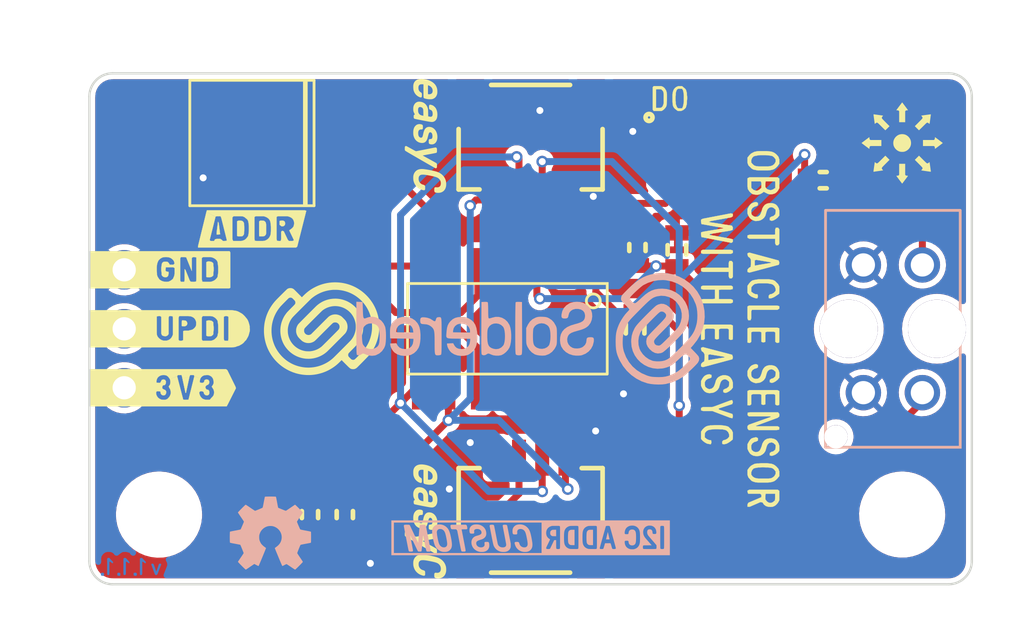
<source format=kicad_pcb>
(kicad_pcb (version 20210623) (generator pcbnew)
  (title_block (title "Obstacle sensor with easyC") (date "2021-07-01") (rev "V1.1.1.") (company "SOLDERED") (comment 1 "333004"))
  (layers (0 "F.Cu" mixed) (31 "B.Cu" signal) (34 "B.Paste" user) (35 "F.Paste" user) (36 "B.SilkS" user "B.Silkscreen") (37 "F.SilkS" user "F.Silkscreen") (38 "B.Mask" user) (39 "F.Mask" user) (44 "Edge.Cuts" user))
  (net 0 "")
  (net 1 "A0")
  (net 2 "GND")
  (net 3 "3V3")
  (net 4 "Net-(D1-Pad1)")
  (net 5 "SDA")
  (net 6 "SCL")
  (net 7 "UPDI")
  (net 8 "ADD3")
  (net 9 "ADD2")
  (net 10 "ADD1")
  (net 11 "Net-(R1-Pad1)")
  (net 13 "D0")
  (footprint "buzzardLabel" (layer "F.Cu") (at 99.6 116.46)
    (fp_text reference "" (at 0 0) (layer "F.SilkS") (effects (font (size 1.27 1.27))))
    (fp_text value "" (at 0 0) (layer "F.SilkS") (effects (font (size 1.27 1.27))))
  )
  (footprint "Soldered Graphics:Logo-Front-easyC-5mm" (layer "F.Cu") (at 114.5 110.7 -90)
    (fp_text reference "G***" hide)
    (fp_text value "LOGO" hide)
  )
  (footprint "e-radionica.com footprinti:easyC-connector" (layer "F.Cu") (at 119 126.7 180)
    (fp_text reference "K3")
    (fp_text value "easyC-SMD")
    (pad "1" smd rect locked (at -1.5 2.15 180) (size 0.6 1.55) (layers "F.Cu" "F.Paste" "F.Mask") (net 6 "SCL"))
    (pad "2" smd rect locked (at -0.5 2.15 180) (size 0.6 1.55) (layers "F.Cu" "F.Paste" "F.Mask") (net 5 "SDA"))
    (pad "3" smd rect locked (at 0.5 2.15 180) (size 0.6 1.55) (layers "F.Cu" "F.Paste" "F.Mask") (net 3 "3V3"))
    (pad "4" smd rect locked (at 1.5 2.15 180) (size 0.6 1.55) (layers "F.Cu" "F.Paste" "F.Mask") (net 2 "GND"))
    (pad "5" smd rect locked (at 2.6 -2.15 180) (size 1.2 1.8) (layers "F.Cu" "F.Paste" "F.Mask") (net 2 "GND"))
    (pad "5" smd rect locked (at -2.6 -2.15 180) (size 1.2 1.8) (layers "F.Cu" "F.Paste" "F.Mask") (net 2 "GND"))
  )
  (footprint "e-radionica.com footprinti:easyC-connector" (layer "F.Cu") (at 119 111.3)
    (fp_text reference "K1")
    (fp_text value "easyC-SMD")
    (pad "1" smd rect locked (at -1.5 2.15) (size 0.6 1.55) (layers "F.Cu" "F.Paste" "F.Mask") (net 6 "SCL"))
    (pad "2" smd rect locked (at -0.5 2.15) (size 0.6 1.55) (layers "F.Cu" "F.Paste" "F.Mask") (net 5 "SDA"))
    (pad "3" smd rect locked (at 0.5 2.15) (size 0.6 1.55) (layers "F.Cu" "F.Paste" "F.Mask") (net 3 "3V3"))
    (pad "4" smd rect locked (at 1.5 2.15) (size 0.6 1.55) (layers "F.Cu" "F.Paste" "F.Mask") (net 2 "GND"))
    (pad "5" smd rect locked (at -2.6 -2.15) (size 1.2 1.8) (layers "F.Cu" "F.Paste" "F.Mask") (net 2 "GND"))
    (pad "5" smd rect locked (at 2.6 -2.15) (size 1.2 1.8) (layers "F.Cu" "F.Paste" "F.Mask") (net 2 "GND"))
  )
  (footprint "e-radionica.com footprinti:0603R" (layer "F.Cu") (at 123.6 115.5 90)
    (fp_text reference "R2")
    (fp_text value "10k")
    (pad "1" smd rect locked (at -0.775 0 180) (size 1 0.64) (layers "F.Cu" "F.Paste" "F.Mask") (net 1 "A0"))
    (pad "2" smd rect locked (at 0.775 0 180) (size 1 0.64) (layers "F.Cu" "F.Paste" "F.Mask") (net 3 "3V3"))
  )
  (footprint "buzzardLabel" (layer "F.Cu") (at 99.6 121.54)
    (fp_text reference "" (at 0 0) (layer "F.SilkS") (effects (font (size 1.27 1.27))))
    (fp_text value "" (at 0 0) (layer "F.SilkS") (effects (font (size 1.27 1.27))))
  )
  (footprint "e-radionica.com footprinti:0603C" (layer "F.Cu") (at 123.5 119 -90)
    (fp_text reference "C2")
    (fp_text value "100n")
    (pad "1" smd rect locked (at -0.73 0 270) (size 0.66 1) (layers "F.Cu" "F.Paste" "F.Mask") (net 3 "3V3"))
    (pad "2" smd rect locked (at 0.73 0 270) (size 0.66 1) (layers "F.Cu" "F.Paste" "F.Mask") (net 2 "GND"))
  )
  (footprint "buzzardLabel" (layer "F.Cu") (at 129 119 -90)
    (fp_text reference "" (at 0 0 90) (layer "F.SilkS") (effects (font (size 1.27 1.27))))
    (fp_text value "" (at 0 0 90) (layer "F.SilkS") (effects (font (size 1.27 1.27))))
  )
  (footprint "buzzardLabel" (layer "F.Cu") (at 107 114.7)
    (fp_text reference "" (at 0 0) (layer "F.SilkS") (effects (font (size 1.27 1.27))))
    (fp_text value "" (at 0 0) (layer "F.SilkS") (effects (font (size 1.27 1.27))))
  )
  (footprint "e-radionica.com footprinti:0603R" (layer "F.Cu") (at 111 127 -90)
    (fp_text reference "R5")
    (fp_text value "10k")
    (pad "1" smd rect locked (at -0.775 0) (size 1 0.64) (layers "F.Cu" "F.Paste" "F.Mask") (net 6 "SCL"))
    (pad "2" smd rect locked (at 0.775 0) (size 1 0.64) (layers "F.Cu" "F.Paste" "F.Mask") (net 3 "3V3"))
  )
  (footprint "e-radionica.com footprinti:0402R" (layer "F.Cu") (at 125 112.5 180)
    (fp_text reference "R3")
    (fp_text value "2k2")
    (pad "1" smd rect locked (at -0.5 0 270) (size 0.64 0.54) (layers "F.Cu" "F.Paste" "F.Mask") (net 13 "D0"))
    (pad "2" smd rect locked (at 0.5 0 270) (size 0.64 0.54) (layers "F.Cu" "F.Paste" "F.Mask") (net 4 "Net-(D1-Pad1)"))
  )
  (footprint "buzzardLabel" (layer "F.Cu") (at 127 119 -90)
    (fp_text reference "" (at 0 0 90) (layer "F.SilkS") (effects (font (size 1.27 1.27))))
    (fp_text value "" (at 0 0 90) (layer "F.SilkS") (effects (font (size 1.27 1.27))))
  )
  (footprint "e-radionica.com footprinti:0603C" (layer "F.Cu") (at 125.3 115.6 -90)
    (fp_text reference "C1")
    (fp_text value "100n")
    (pad "1" smd rect locked (at -0.73 0 270) (size 0.66 1) (layers "F.Cu" "F.Paste" "F.Mask") (net 2 "GND"))
    (pad "2" smd rect locked (at 0.73 0 270) (size 0.66 1) (layers "F.Cu" "F.Paste" "F.Mask") (net 1 "A0"))
  )
  (footprint "buzzardLabel" (layer "F.Cu") (at 99.6 119)
    (fp_text reference "" (at 0 0) (layer "F.SilkS") (effects (font (size 1.27 1.27))))
    (fp_text value "" (at 0 0) (layer "F.SilkS") (effects (font (size 1.27 1.27))))
  )
  (footprint "Soldered Graphics:Logo-Back-OSH-3.5mm" (layer "F.Cu") (at 107.8 127.8)
    (fp_text reference "G***" hide)
    (fp_text value "LOGO" hide)
  )
  (footprint "e-radionica.com footprinti:DSHP03TS-S" (layer "F.Cu") (at 107 111 180)
    (fp_text reference "K4")
    (fp_text value "DSHP03TS-S")
    (pad "1" smd rect locked (at -3.81 -1.27 270) (size 0.76 1.27) (layers "F.Cu" "F.Paste" "F.Mask") (net 10 "ADD1"))
    (pad "2" smd rect locked (at 3.81 -1.27 270) (size 0.76 1.27) (layers "F.Cu" "F.Paste" "F.Mask") (net 2 "GND"))
    (pad "3" smd rect locked (at -3.81 0 270) (size 0.76 1.27) (layers "F.Cu" "F.Paste" "F.Mask") (net 9 "ADD2"))
    (pad "4" smd rect locked (at 3.81 0 270) (size 0.76 1.27) (layers "F.Cu" "F.Paste" "F.Mask") (net 2 "GND"))
    (pad "5" smd rect locked (at -3.81 1.27 270) (size 0.76 1.27) (layers "F.Cu" "F.Paste" "F.Mask") (net 8 "ADD3"))
    (pad "6" smd rect locked (at 3.81 1.27 270) (size 0.76 1.27) (layers "F.Cu" "F.Paste" "F.Mask") (net 2 "GND"))
  )
  (footprint "buzzardLabel" (layer "F.Cu") (at 125 109.1)
    (fp_text reference "" (at 0 0) (layer "F.SilkS") (effects (font (size 1.27 1.27))))
    (fp_text value "" (at 0 0) (layer "F.SilkS") (effects (font (size 1.27 1.27))))
  )
  (footprint "e-radionica.com footprinti:0402LED" (layer "F.Cu") (at 125 110.5 180)
    (fp_text reference "D1")
    (fp_text value "purple")
    (pad "1" smd rect locked (at -0.55 0 270) (size 0.75 0.45) (layers "F.Cu" "F.Paste" "F.Mask") (net 4 "Net-(D1-Pad1)"))
    (pad "2" smd rect locked (at 0.55 0 270) (size 0.75 0.45) (layers "F.Cu" "F.Paste" "F.Mask") (net 2 "GND"))
  )
  (footprint "Soldered Graphics:Logo-Front-Soldered-5mm" (layer "F.Cu") (at 110 119 -90)
    (fp_text reference "G***" hide)
    (fp_text value "LOGO" hide)
  )
  (footprint "Soldered Graphics:Logo-Front-easyC-5mm" (layer "F.Cu") (at 114.5 127.3 -90)
    (fp_text reference "G***" hide)
    (fp_text value "LOGO" hide)
  )
  (footprint "e-radionica.com footprinti:0603R" (layer "F.Cu") (at 109.5 127 -90)
    (fp_text reference "R4")
    (fp_text value "10k")
    (pad "1" smd rect locked (at -0.775 0) (size 1 0.64) (layers "F.Cu" "F.Paste" "F.Mask") (net 5 "SDA"))
    (pad "2" smd rect locked (at 0.775 0) (size 1 0.64) (layers "F.Cu" "F.Paste" "F.Mask") (net 3 "3V3"))
  )
  (footprint "e-radionica.com footprinti:FIDUCIAL_23" (layer "F.Cu") (at 107.1 110.7)
    (fp_text reference "FD1")
    (fp_text value "FIDUCIAL")
    (fp_circle (center 0 0) (end 1 0) (layer "F.Cu") (width 0.2) (fill none))
    (pad "1" smd circle (at 0 0) (size 1 1) (layers "F.Cu" "F.Paste" "F.Mask") (clearance 1.1))
  )
  (footprint "e-radionica.com footprinti:HOLE_3.2mm" (layer "F.Cu") (at 135 127)
    (fp_text reference "H2" hide)
    (fp_text value "HOLE_3.2mm" hide)
    (pad "" np_thru_hole circle locked (at 0 0) (size 3.2 3.2) (drill 3.2) (layers F&B.Cu *.Mask))
  )
  (footprint "Soldered Graphics:Symbol-Front-Movement" (layer "F.Cu") (at 135 111)
    (fp_text reference "G***" hide)
    (fp_text value "LOGO" hide)
  )
  (footprint "Soldered Graphics:Logo-Back-SolderedFULL-15mm" (layer "F.Cu") (at 119 119)
    (fp_text reference "REF**" hide)
    (fp_text value "Logo-Front-SolderedFULL-15mm" hide)
  )
  (footprint "e-radionica.com footprinti:SOIC-14" (layer "F.Cu") (at 118 119 -90)
    (fp_text reference "U2")
    (fp_text value "ATTINY404-SSNR")
    (pad "1" smd rect locked (at -2.7 -3.81 270) (size 1.55 0.6) (layers "F.Cu" "F.Paste" "F.Mask") (net 3 "3V3"))
    (pad "2" smd rect locked (at -2.7 -2.54 270) (size 1.55 0.6) (layers "F.Cu" "F.Paste" "F.Mask") (net 13 "D0"))
    (pad "3" smd rect locked (at -2.7 -1.27 270) (size 1.55 0.6) (layers "F.Cu" "F.Paste" "F.Mask") (net 1 "A0"))
    (pad "4" smd rect locked (at -2.7 0 270) (size 1.55 0.6) (layers "F.Cu" "F.Paste" "F.Mask"))
    (pad "5" smd rect locked (at -2.7 1.27 270) (size 1.55 0.6) (layers "F.Cu" "F.Paste" "F.Mask") (net 8 "ADD3"))
    (pad "6" smd rect locked (at -2.7 2.54 270) (size 1.55 0.6) (layers "F.Cu" "F.Paste" "F.Mask") (net 9 "ADD2"))
    (pad "7" smd rect locked (at -2.7 3.81 270) (size 1.55 0.6) (layers "F.Cu" "F.Paste" "F.Mask") (net 10 "ADD1"))
    (pad "8" smd rect locked (at 2.7 3.81 270) (size 1.55 0.6) (layers "F.Cu" "F.Paste" "F.Mask") (net 5 "SDA"))
    (pad "9" smd rect locked (at 2.7 2.54 270) (size 1.55 0.6) (layers "F.Cu" "F.Paste" "F.Mask") (net 6 "SCL"))
    (pad "10" smd rect locked (at 2.7 1.27 270) (size 1.55 0.6) (layers "F.Cu" "F.Paste" "F.Mask") (net 7 "UPDI"))
    (pad "11" smd rect locked (at 2.7 0 270) (size 1.55 0.6) (layers "F.Cu" "F.Paste" "F.Mask"))
    (pad "12" smd rect locked (at 2.7 -1.27 270) (size 1.55 0.6) (layers "F.Cu" "F.Paste" "F.Mask"))
    (pad "13" smd rect locked (at 2.7 -2.54 270) (size 1.55 0.6) (layers "F.Cu" "F.Paste" "F.Mask"))
    (pad "14" smd rect locked (at 2.7 -3.81 270) (size 1.55 0.6) (layers "F.Cu" "F.Paste" "F.Mask") (net 2 "GND"))
  )
  (footprint "e-radionica.com footprinti:0603R" (layer "F.Cu") (at 131.6 112.6 180)
    (fp_text reference "R1")
    (fp_text value "300R")
    (pad "1" smd rect locked (at -0.775 0 270) (size 1 0.64) (layers "F.Cu" "F.Paste" "F.Mask") (net 11 "Net-(R1-Pad1)"))
    (pad "2" smd rect locked (at 0.775 0 270) (size 1 0.64) (layers "F.Cu" "F.Paste" "F.Mask") (net 3 "3V3"))
  )
  (footprint "e-radionica.com footprinti:HOLE_3.2mm" (layer "F.Cu") (at 103 127)
    (fp_text reference "H1" hide)
    (fp_text value "HOLE_3.2mm" hide)
    (pad "" np_thru_hole circle locked (at 0 0) (size 3.2 3.2) (drill 3.2) (layers F&B.Cu *.Mask))
  )
  (footprint "Soldered Graphics:Version1.1.1." (layer "B.Cu") (at 101.75 129.25 180)
    (fp_text reference "REF**" hide)
    (fp_text value "Version1.1.1." hide)
    (fp_poly (pts (xy -1.15 -0.35) (xy -1.1 -0.35) (xy -1.07 -0.31) (xy -0.92 0.1) (xy -0.94 0.13) (xy -0.99 0.13) (xy -1.02 0.1) (xy -1.11 -0.16) (xy -1.13 -0.21) (xy -1.15 -0.17) (xy -1.24 0.09) (xy -1.26 0.13) (xy -1.32 0.13) (xy -1.34 0.1) (xy -1.18 -0.31) (xy -1.15 -0.35)) (layer "B.Cu") (width 0.01) (fill solid))
    (fp_poly (pts (xy 0.43 -0.38) (xy 0.48 -0.38) (xy 0.54 -0.37) (xy 0.54 -0.33) (xy 0.54 -0.27) (xy 0.5 -0.26) (xy 0.45 -0.26) (xy 0.42 -0.29) (xy 0.42 -0.34) (xy 0.43 -0.38)) (layer "B.Cu") (width 0.01) (fill solid))
    (fp_poly (pts (xy 1.14 -0.38) (xy 1.19 -0.38) (xy 1.24 -0.37) (xy 1.25 -0.33) (xy 1.25 -0.27) (xy 1.2 -0.26) (xy 1.15 -0.26) (xy 1.12 -0.29) (xy 1.12 -0.34) (xy 1.14 -0.38)) (layer "B.Cu") (width 0.01) (fill solid))
    (fp_poly (pts (xy 0.91 -0.35) (xy 0.96 -0.35) (xy 0.98 -0.31) (xy 0.98 0.35) (xy 0.95 0.38) (xy 0.89 0.38) (xy 0.86 0.34) (xy 0.74 0.22) (xy 0.73 0.17) (xy 0.76 0.16) (xy 0.85 0.22) (xy 0.89 0.23) (xy 0.89 -0.31) (xy 0.91 -0.35)) (layer "B.Cu") (width 0.01) (fill solid))
    (fp_poly (pts (xy 0.21 -0.35) (xy 0.26 -0.35) (xy 0.28 -0.31) (xy 0.28 0.35) (xy 0.24 0.38) (xy 0.19 0.38) (xy 0.15 0.34) (xy 0.04 0.22) (xy 0.02 0.17) (xy 0.05 0.16) (xy 0.14 0.22) (xy 0.18 0.23) (xy 0.18 -0.31) (xy 0.21 -0.35)) (layer "B.Cu") (width 0.01) (fill solid))
    (fp_poly (pts (xy -0.5 -0.35) (xy -0.44 -0.35) (xy -0.43 -0.31) (xy -0.43 0.35) (xy -0.46 0.38) (xy -0.52 0.38) (xy -0.55 0.34) (xy -0.67 0.22) (xy -0.68 0.17) (xy -0.65 0.16) (xy -0.56 0.22) (xy -0.52 0.23) (xy -0.52 -0.31) (xy -0.5 -0.35)) (layer "B.Cu") (width 0.01) (fill solid))
    (fp_poly (pts (xy -0.27 -0.38) (xy -0.22 -0.38) (xy -0.17 -0.37) (xy -0.16 -0.33) (xy -0.16 -0.27) (xy -0.21 -0.26) (xy -0.26 -0.26) (xy -0.29 -0.29) (xy -0.29 -0.34) (xy -0.27 -0.38)) (layer "B.Cu") (width 0.01) (fill solid))
  )
  (footprint "Soldered Graphics:Symbol-Front_I2C_ADDR_CUSTOM" (layer "B.Cu") (at 119 128 180)
    (fp_text reference "REF**" hide)
    (fp_text value "Symbol-Front_I2C_ADDR_CUSTOM" hide)
  )
  (footprint "e-radionica.com footprinti:TCRT5000L" (layer "B.Cu") (at 134.6 119 90)
    (fp_text reference "U1")
    (fp_text value "tcrt5000L")
    (pad "" thru_hole circle locked (at 0 -1.9 90) (size 2.5 2.5) (drill 2.5) (layers *.Cu *.Mask))
    (pad "" thru_hole circle locked (at -4.65 -2.45 90) (size 1 1) (drill 1) (layers *.Cu *.Mask))
    (pad "" thru_hole circle locked (at 0 1.9 90) (size 2.5 2.5) (drill 2.5) (layers *.Cu *.Mask))
    (pad "A" thru_hole circle locked (at 2.75 1.27 90) (size 1.524 1.524) (drill 1) (layers *.Cu *.Mask) (net 11 "Net-(R1-Pad1)"))
    (pad "Cath" thru_hole circle locked (at 2.75 -1.27 90) (size 1.524 1.524) (drill 1) (layers *.Cu *.Mask) (net 2 "GND"))
    (pad "Coll" thru_hole circle locked (at -2.75 1.27 90) (size 1.524 1.524) (drill 1) (layers *.Cu *.Mask) (net 1 "A0"))
    (pad "E" thru_hole circle locked (at -2.75 -1.27 90) (size 1.524 1.524) (drill 1) (layers *.Cu *.Mask) (net 2 "GND"))
  )
  (footprint "e-radionica.com footprinti:HEADER-UPDI" (layer "B.Cu") (at 101.5 119 90)
    (fp_text reference "K2")
    (fp_text value "HEADER-UPDI")
    (pad "1" thru_hole circle locked (at -2.54 0 90) (size 1.7 1.7) (drill 1) (layers *.Cu *.Mask) (net 3 "3V3"))
    (pad "2" thru_hole circle locked (at 0 0 90) (size 1.7 1.7) (drill 1) (layers *.Cu *.Mask) (net 7 "UPDI"))
    (pad "3" thru_hole circle locked (at 2.54 0 90) (size 1.7 1.7) (drill 1) (layers *.Cu *.Mask) (net 2 "GND"))
  )
  (gr_line (start 137 130) (end 101 130) (layer "Edge.Cuts") (width 0.1))
  (gr_line (start 101 108) (end 137 108) (layer "Edge.Cuts") (width 0.1))
  (gr_line (start 138 109) (end 138 129) (layer "Edge.Cuts") (width 0.1))
  (gr_arc (start 137 109) (end 137 108) (angle 90) (layer "Edge.Cuts") (width 0.1))
  (gr_line (start 100 129) (end 100 109) (layer "Edge.Cuts") (width 0.1))
  (gr_arc (start 137 129) (end 138 129) (angle 90) (layer "Edge.Cuts") (width 0.1))
  (gr_arc (start 101 129) (end 101 130) (angle 90) (layer "Edge.Cuts") (width 0.1))
  (gr_arc (start 101 109) (end 101 108) (angle -90) (layer "Edge.Cuts") (width 0.1))
  (segment (start 119.27 116.3) (end 119.27 117.57) (width 0.3) (layer "F.Cu") (net 1))
  (segment (start 124.4 116.3) (end 123.625 116.3) (width 0.3) (layer "F.Cu") (net 1))
  (segment (start 133 125) (end 130.9 125) (width 0.3) (layer "F.Cu") (net 1))
  (segment (start 135.87 121.75) (end 135.87 122.13) (width 0.3) (layer "F.Cu") (net 1))
  (segment (start 127.5 121.6) (end 127.5 118.53) (width 0.3) (layer "F.Cu") (net 1))
  (segment (start 124.4 116.3) (end 125.27 116.3) (width 0.3) (layer "F.Cu") (net 1))
  (segment (start 119.27 117.57) (end 119.4 117.7) (width 0.3) (layer "F.Cu") (net 1))
  (segment (start 127.5 118.53) (end 125.3 116.33) (width 0.3) (layer "F.Cu") (net 1))
  (segment (start 125.27 116.3) (end 125.3 116.33) (width 0.3) (layer "F.Cu") (net 1))
  (segment (start 123.625 116.3) (end 123.6 116.275) (width 0.3) (layer "F.Cu") (net 1))
  (segment (start 130.9 125) (end 127.5 121.6) (width 0.3) (layer "F.Cu") (net 1))
  (segment (start 135.87 122.13) (end 133 125) (width 0.3) (layer "F.Cu") (net 1))
  (via (at 119.4 117.7) (size 0.5) (drill 0.3) (layers "F.Cu" "B.Cu") (net 1))
  (via (at 124.4 116.3) (size 0.5) (drill 0.3) (layers "F.Cu" "B.Cu") (net 1))
  (segment (start 123 117.7) (end 124.4 116.3) (width 0.3) (layer "B.Cu") (net 1))
  (segment (start 119.4 117.7) (end 123 117.7) (width 0.3) (layer "B.Cu") (net 1))
  (via (at 115.5 125.9) (size 0.5) (drill 0.3) (layers "F.Cu" "B.Cu") (net 2))
  (via (at 112.1 129.1) (size 0.5) (drill 0.3) (layers "F.Cu" "B.Cu") (net 2))
  (via (at 104.9 112.5) (size 0.5) (drill 0.3) (layers "F.Cu" "B.Cu") (net 2))
  (via (at 121.8 123.4) (size 0.5) (drill 0.3) (layers "F.Cu" "B.Cu") (net 2))
  (via (at 121.7 113.3) (size 0.5) (drill 0.3) (layers "F.Cu" "B.Cu") (net 2))
  (via (at 116.4 123.9) (size 0.5) (drill 0.3) (layers "F.Cu" "B.Cu") (net 2))
  (via (at 119.4 109.6) (size 0.5) (drill 0.3) (layers "F.Cu" "B.Cu") (net 2))
  (via (at 123.4 110.5) (size 0.5) (drill 0.3) (layers "F.Cu" "B.Cu") (net 2))
  (via (at 123 121.8) (size 0.5) (drill 0.3) (layers "F.Cu" "B.Cu") (net 2))
  (segment (start 109.5 127.775) (end 111 127.775) (width 0.3) (layer "F.Cu") (net 3))
  (segment (start 123.5 118.27) (end 122.67 118.27) (width 0.3) (layer "F.Cu") (net 3))
  (segment (start 124.57 118.27) (end 123.5 118.27) (width 0.3) (layer "F.Cu") (net 3))
  (segment (start 111 127.775) (end 112.325 127.775) (width 0.3) (layer "F.Cu") (net 3))
  (segment (start 122.9 126.8) (end 125.4 124.3) (width 0.3) (layer "F.Cu") (net 3))
  (segment (start 122.975 114.725) (end 123.6 114.725) (width 0.3) (layer "F.Cu") (net 3))
  (segment (start 130.8 112.575) (end 130.825 112.6) (width 0.3) (layer "F.Cu") (net 3))
  (segment (start 117.8 126.8) (end 122.9 126.8) (width 0.3) (layer "F.Cu") (net 3))
  (segment (start 121.81 115.89) (end 122.975 114.725) (width 0.3) (layer "F.Cu") (net 3))
  (segment (start 104.24 121.54) (end 107.6 124.9) (width 0.3) (layer "F.Cu") (net 3))
  (segment (start 121.81 116.3) (end 121.81 115.89) (width 0.3) (layer "F.Cu") (net 3))
  (segment (start 112.325 127.775) (end 113.3 126.8) (width 0.3) (layer "F.Cu") (net 3))
  (segment (start 118.5 126.1) (end 118.5 124.55) (width 0.3) (layer "F.Cu") (net 3))
  (segment (start 125.4 124.3) (end 125.4 119.1) (width 0.3) (layer "F.Cu") (net 3))
  (segment (start 101.5 121.54) (end 104.24 121.54) (width 0.3) (layer "F.Cu") (net 3))
  (segment (start 107.6 124.9) (end 107.6 127.3) (width 0.3) (layer "F.Cu") (net 3))
  (segment (start 108.075 127.775) (end 109.5 127.775) (width 0.3) (layer "F.Cu") (net 3))
  (segment (start 122.67 118.27) (end 121.81 117.41) (width 0.3) (layer "F.Cu") (net 3))
  (segment (start 121.81 117.41) (end 121.81 116.3) (width 0.3) (layer "F.Cu") (net 3))
  (segment (start 113.3 126.8) (end 117.8 126.8) (width 0.3) (layer "F.Cu") (net 3))
  (segment (start 125.4 119.1) (end 124.57 118.27) (width 0.3) (layer "F.Cu") (net 3))
  (segment (start 107.6 127.3) (end 108.075 127.775) (width 0.3) (layer "F.Cu") (net 3))
  (segment (start 119.5 111.8) (end 119.5 113.45) (width 0.3) (layer "F.Cu") (net 3))
  (segment (start 117.8 126.8) (end 118.5 126.1) (width 0.3) (layer "F.Cu") (net 3))
  (segment (start 130.8 111.5) (end 130.8 112.575) (width 0.3) (layer "F.Cu") (net 3))
  (via (at 125.4 122.3) (size 0.5) (drill 0.3) (layers "F.Cu" "B.Cu") (net 3))
  (via (at 119.5 111.8) (size 0.5) (drill 0.3) (layers "F.Cu" "B.Cu") (net 3))
  (via (at 130.8 111.5) (size 0.5) (drill 0.3) (layers "F.Cu" "B.Cu") (net 3))
  (segment (start 119.5 111.8) (end 122.5 111.8) (width 0.3) (layer "B.Cu") (net 3))
  (segment (start 122.5 111.8) (end 125.4 114.7) (width 0.3) (layer "B.Cu") (net 3))
  (segment (start 125.4 116.9) (end 130.8 111.5) (width 0.3) (layer "B.Cu") (net 3))
  (segment (start 125.4 122.3) (end 125.4 116.9) (width 0.3) (layer "B.Cu") (net 3))
  (segment (start 125.4 114.7) (end 125.4 116.9) (width 0.3) (layer "B.Cu") (net 3))
  (segment (start 124.5 112.5) (end 124.5 112.2) (width 0.3) (layer "F.Cu") (net 4))
  (segment (start 124.5 112.2) (end 125.55 111.15) (width 0.3) (layer "F.Cu") (net 4))
  (segment (start 125.55 111.15) (end 125.55 110.5) (width 0.3) (layer "F.Cu") (net 4))
  (segment (start 113.4 122.2) (end 109.5 126.1) (width 0.3) (layer "F.Cu") (net 5))
  (segment (start 113.4 122.2) (end 113.9 121.7) (width 0.3) (layer "F.Cu") (net 5))
  (segment (start 109.5 126.1) (end 109.5 126.225) (width 0.3) (layer "F.Cu") (net 5))
  (segment (start 119.5 124.55) (end 119.5 126) (width 0.3) (layer "F.Cu") (net 5))
  (segment (start 118.5 111.7) (end 118.4 111.6) (width 0.3) (layer "F.Cu") (net 5))
  (segment (start 118.5 113.45) (end 118.5 111.7) (width 0.3) (layer "F.Cu") (net 5))
  (segment (start 113.9 121.7) (end 114.19 121.7) (width 0.3) (layer "F.Cu") (net 5))
  (via (at 119.5 126) (size 0.5) (drill 0.3) (layers "F.Cu" "B.Cu") (net 5))
  (via (at 118.4 111.6) (size 0.5) (drill 0.3) (layers "F.Cu" "B.Cu") (net 5))
  (via (at 113.4 122.2) (size 0.5) (drill 0.3) (layers "F.Cu" "B.Cu") (net 5))
  (segment (start 113.4 114.1) (end 113.4 122.2) (width 0.3) (layer "B.Cu") (net 5))
  (segment (start 113.4 122.2) (end 117.2 126) (width 0.3) (layer "B.Cu") (net 5))
  (segment (start 117.2 126) (end 119.5 126) (width 0.3) (layer "B.Cu") (net 5))
  (segment (start 118.4 111.6) (end 115.9 111.6) (width 0.3) (layer "B.Cu") (net 5))
  (segment (start 115.9 111.6) (end 113.4 114.1) (width 0.3) (layer "B.Cu") (net 5))
  (segment (start 112.175 126.225) (end 115.46 122.94) (width 0.3) (layer "F.Cu") (net 6))
  (segment (start 120.5 125.8) (end 120.6 125.9) (width 0.3) (layer "F.Cu") (net 6))
  (segment (start 116.65 113.45) (end 116.4 113.7) (width 0.3) (layer "F.Cu") (net 6))
  (segment (start 111 126.225) (end 112.175 126.225) (width 0.3) (layer "F.Cu") (net 6))
  (segment (start 115.46 122.94) (end 115.46 121.7) (width 0.3) (layer "F.Cu") (net 6))
  (segment (start 120.5 124.55) (end 120.5 125.8) (width 0.3) (layer "F.Cu") (net 6))
  (segment (start 117.5 113.45) (end 116.65 113.45) (width 0.3) (layer "F.Cu") (net 6))
  (via (at 116.4 113.7) (size 0.5) (drill 0.3) (layers "F.Cu" "B.Cu") (net 6))
  (via (at 120.6 125.9) (size 0.5) (drill 0.3) (layers "F.Cu" "B.Cu") (net 6))
  (via (at 115.46 122.94) (size 0.5) (drill 0.3) (layers "F.Cu" "B.Cu") (net 6))
  (segment (start 116.4 122) (end 115.46 122.94) (width 0.3) (layer "B.Cu") (net 6))
  (segment (start 116.4 113.7) (end 116.4 122) (width 0.3) (layer "B.Cu") (net 6))
  (segment (start 120.6 125.9) (end 117.64 122.94) (width 0.3) (layer "B.Cu") (net 6))
  (segment (start 117.64 122.94) (end 115.46 122.94) (width 0.3) (layer "B.Cu") (net 6))
  (segment (start 116.73 119.83) (end 115.9 119) (width 0.3) (layer "F.Cu") (net 7))
  (segment (start 115.9 119) (end 101.5 119) (width 0.3) (layer "F.Cu") (net 7))
  (segment (start 116.73 121.7) (end 116.73 119.83) (width 0.3) (layer "F.Cu") (net 7))
  (segment (start 116.73 116.3) (end 116.73 117.57) (width 0.3) (layer "F.Cu") (net 8))
  (segment (start 109.87 109.73) (end 110.81 109.73) (width 0.3) (layer "F.Cu") (net 8))
  (segment (start 113.2 118.3) (end 109.2 114.3) (width 0.3) (layer "F.Cu") (net 8))
  (segment (start 116.73 117.57) (end 116 118.3) (width 0.3) (layer "F.Cu") (net 8))
  (segment (start 109.2 114.3) (end 109.2 110.4) (width 0.3) (layer "F.Cu") (net 8))
  (segment (start 109.2 110.4) (end 109.87 109.73) (width 0.3) (layer "F.Cu") (net 8))
  (segment (start 116 118.3) (end 113.2 118.3) (width 0.3) (layer "F.Cu") (net 8))
  (segment (start 111.7 111) (end 110.81 111) (width 0.3) (layer "F.Cu") (net 9))
  (segment (start 115.46 116.3) (end 115.46 114.76) (width 0.3) (layer "F.Cu") (net 9))
  (segment (start 115.46 114.76) (end 111.7 111) (width 0.3) (layer "F.Cu") (net 9))
  (segment (start 112.8 116.3) (end 110.81 114.31) (width 0.3) (layer "F.Cu") (net 10))
  (segment (start 114.19 116.3) (end 112.8 116.3) (width 0.3) (layer "F.Cu") (net 10))
  (segment (start 110.81 114.31) (end 110.81 112.27) (width 0.3) (layer "F.Cu") (net 10))
  (segment (start 132.375 112.6) (end 133.5 112.6) (width 0.3) (layer "F.Cu") (net 11))
  (segment (start 135.87 114.97) (end 135.87 116.25) (width 0.3) (layer "F.Cu") (net 11))
  (segment (start 133.5 112.6) (end 135.87 114.97) (width 0.3) (layer "F.Cu") (net 11))
  (segment (start 122.7 113.6) (end 124.8 113.6) (width 0.3) (layer "F.Cu") (net 13))
  (segment (start 125.5 112.9) (end 125.5 112.5) (width 0.3) (layer "F.Cu") (net 13))
  (segment (start 124.8 113.6) (end 125.5 112.9) (width 0.3) (layer "F.Cu") (net 13))
  (segment (start 120.54 116.3) (end 120.54 115.76) (width 0.3) (layer "F.Cu") (net 13))
  (segment (start 120.54 115.76) (end 122.7 113.6) (width 0.3) (layer "F.Cu") (net 13))
  (zone (net 2) (net_name "GND") (layers F&B.Cu) (connect_pads (clearance 0.254)) (min_thickness 0.254) (fill yes (thermal_gap 0.254) (thermal_bridge_width 0.254))
    (polygon (pts (xy 138 130) (xy 100 130) (xy 100 108) (xy 138 108)))
  )
)
</source>
